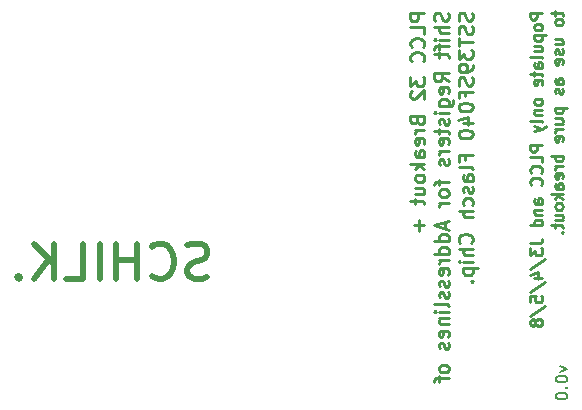
<source format=gbr>
G04 #@! TF.GenerationSoftware,KiCad,Pcbnew,(5.1.5)-3*
G04 #@! TF.CreationDate,2020-01-29T10:29:02+01:00*
G04 #@! TF.ProjectId,ProgrammingBoard,50726f67-7261-46d6-9d69-6e67426f6172,rev?*
G04 #@! TF.SameCoordinates,Original*
G04 #@! TF.FileFunction,Legend,Bot*
G04 #@! TF.FilePolarity,Positive*
%FSLAX46Y46*%
G04 Gerber Fmt 4.6, Leading zero omitted, Abs format (unit mm)*
G04 Created by KiCad (PCBNEW (5.1.5)-3) date 2020-01-29 10:29:02*
%MOMM*%
%LPD*%
G04 APERTURE LIST*
%ADD10C,0.250000*%
%ADD11C,0.150000*%
%ADD12C,0.500000*%
G04 APERTURE END LIST*
D10*
X215477380Y-100730595D02*
X214477380Y-100730595D01*
X214477380Y-101111547D01*
X214525000Y-101206785D01*
X214572619Y-101254404D01*
X214667857Y-101302023D01*
X214810714Y-101302023D01*
X214905952Y-101254404D01*
X214953571Y-101206785D01*
X215001190Y-101111547D01*
X215001190Y-100730595D01*
X215477380Y-101873452D02*
X215429761Y-101778214D01*
X215382142Y-101730595D01*
X215286904Y-101682976D01*
X215001190Y-101682976D01*
X214905952Y-101730595D01*
X214858333Y-101778214D01*
X214810714Y-101873452D01*
X214810714Y-102016309D01*
X214858333Y-102111547D01*
X214905952Y-102159166D01*
X215001190Y-102206785D01*
X215286904Y-102206785D01*
X215382142Y-102159166D01*
X215429761Y-102111547D01*
X215477380Y-102016309D01*
X215477380Y-101873452D01*
X214810714Y-102635357D02*
X215810714Y-102635357D01*
X214858333Y-102635357D02*
X214810714Y-102730595D01*
X214810714Y-102921071D01*
X214858333Y-103016309D01*
X214905952Y-103063928D01*
X215001190Y-103111547D01*
X215286904Y-103111547D01*
X215382142Y-103063928D01*
X215429761Y-103016309D01*
X215477380Y-102921071D01*
X215477380Y-102730595D01*
X215429761Y-102635357D01*
X214810714Y-103968690D02*
X215477380Y-103968690D01*
X214810714Y-103540119D02*
X215334523Y-103540119D01*
X215429761Y-103587738D01*
X215477380Y-103682976D01*
X215477380Y-103825833D01*
X215429761Y-103921071D01*
X215382142Y-103968690D01*
X215477380Y-104587738D02*
X215429761Y-104492500D01*
X215334523Y-104444880D01*
X214477380Y-104444880D01*
X215477380Y-105397261D02*
X214953571Y-105397261D01*
X214858333Y-105349642D01*
X214810714Y-105254404D01*
X214810714Y-105063928D01*
X214858333Y-104968690D01*
X215429761Y-105397261D02*
X215477380Y-105302023D01*
X215477380Y-105063928D01*
X215429761Y-104968690D01*
X215334523Y-104921071D01*
X215239285Y-104921071D01*
X215144047Y-104968690D01*
X215096428Y-105063928D01*
X215096428Y-105302023D01*
X215048809Y-105397261D01*
X214810714Y-105730595D02*
X214810714Y-106111547D01*
X214477380Y-105873452D02*
X215334523Y-105873452D01*
X215429761Y-105921071D01*
X215477380Y-106016309D01*
X215477380Y-106111547D01*
X215429761Y-106825833D02*
X215477380Y-106730595D01*
X215477380Y-106540119D01*
X215429761Y-106444880D01*
X215334523Y-106397261D01*
X214953571Y-106397261D01*
X214858333Y-106444880D01*
X214810714Y-106540119D01*
X214810714Y-106730595D01*
X214858333Y-106825833D01*
X214953571Y-106873452D01*
X215048809Y-106873452D01*
X215144047Y-106397261D01*
X215477380Y-108206785D02*
X215429761Y-108111547D01*
X215382142Y-108063928D01*
X215286904Y-108016309D01*
X215001190Y-108016309D01*
X214905952Y-108063928D01*
X214858333Y-108111547D01*
X214810714Y-108206785D01*
X214810714Y-108349642D01*
X214858333Y-108444880D01*
X214905952Y-108492500D01*
X215001190Y-108540119D01*
X215286904Y-108540119D01*
X215382142Y-108492500D01*
X215429761Y-108444880D01*
X215477380Y-108349642D01*
X215477380Y-108206785D01*
X214810714Y-108968690D02*
X215477380Y-108968690D01*
X214905952Y-108968690D02*
X214858333Y-109016309D01*
X214810714Y-109111547D01*
X214810714Y-109254404D01*
X214858333Y-109349642D01*
X214953571Y-109397261D01*
X215477380Y-109397261D01*
X215477380Y-110016309D02*
X215429761Y-109921071D01*
X215334523Y-109873452D01*
X214477380Y-109873452D01*
X214810714Y-110302023D02*
X215477380Y-110540119D01*
X214810714Y-110778214D02*
X215477380Y-110540119D01*
X215715476Y-110444880D01*
X215763095Y-110397261D01*
X215810714Y-110302023D01*
X215477380Y-111921071D02*
X214477380Y-111921071D01*
X214477380Y-112302023D01*
X214525000Y-112397261D01*
X214572619Y-112444880D01*
X214667857Y-112492500D01*
X214810714Y-112492500D01*
X214905952Y-112444880D01*
X214953571Y-112397261D01*
X215001190Y-112302023D01*
X215001190Y-111921071D01*
X215477380Y-113397261D02*
X215477380Y-112921071D01*
X214477380Y-112921071D01*
X215382142Y-114302023D02*
X215429761Y-114254404D01*
X215477380Y-114111547D01*
X215477380Y-114016309D01*
X215429761Y-113873452D01*
X215334523Y-113778214D01*
X215239285Y-113730595D01*
X215048809Y-113682976D01*
X214905952Y-113682976D01*
X214715476Y-113730595D01*
X214620238Y-113778214D01*
X214525000Y-113873452D01*
X214477380Y-114016309D01*
X214477380Y-114111547D01*
X214525000Y-114254404D01*
X214572619Y-114302023D01*
X215382142Y-115302023D02*
X215429761Y-115254404D01*
X215477380Y-115111547D01*
X215477380Y-115016309D01*
X215429761Y-114873452D01*
X215334523Y-114778214D01*
X215239285Y-114730595D01*
X215048809Y-114682976D01*
X214905952Y-114682976D01*
X214715476Y-114730595D01*
X214620238Y-114778214D01*
X214525000Y-114873452D01*
X214477380Y-115016309D01*
X214477380Y-115111547D01*
X214525000Y-115254404D01*
X214572619Y-115302023D01*
X215477380Y-116921071D02*
X214953571Y-116921071D01*
X214858333Y-116873452D01*
X214810714Y-116778214D01*
X214810714Y-116587738D01*
X214858333Y-116492500D01*
X215429761Y-116921071D02*
X215477380Y-116825833D01*
X215477380Y-116587738D01*
X215429761Y-116492500D01*
X215334523Y-116444880D01*
X215239285Y-116444880D01*
X215144047Y-116492500D01*
X215096428Y-116587738D01*
X215096428Y-116825833D01*
X215048809Y-116921071D01*
X214810714Y-117397261D02*
X215477380Y-117397261D01*
X214905952Y-117397261D02*
X214858333Y-117444880D01*
X214810714Y-117540119D01*
X214810714Y-117682976D01*
X214858333Y-117778214D01*
X214953571Y-117825833D01*
X215477380Y-117825833D01*
X215477380Y-118730595D02*
X214477380Y-118730595D01*
X215429761Y-118730595D02*
X215477380Y-118635357D01*
X215477380Y-118444880D01*
X215429761Y-118349642D01*
X215382142Y-118302023D01*
X215286904Y-118254404D01*
X215001190Y-118254404D01*
X214905952Y-118302023D01*
X214858333Y-118349642D01*
X214810714Y-118444880D01*
X214810714Y-118635357D01*
X214858333Y-118730595D01*
X214477380Y-120254404D02*
X215191666Y-120254404D01*
X215334523Y-120206785D01*
X215429761Y-120111547D01*
X215477380Y-119968690D01*
X215477380Y-119873452D01*
X214477380Y-120635357D02*
X214477380Y-121254404D01*
X214858333Y-120921071D01*
X214858333Y-121063928D01*
X214905952Y-121159166D01*
X214953571Y-121206785D01*
X215048809Y-121254404D01*
X215286904Y-121254404D01*
X215382142Y-121206785D01*
X215429761Y-121159166D01*
X215477380Y-121063928D01*
X215477380Y-120778214D01*
X215429761Y-120682976D01*
X215382142Y-120635357D01*
X214429761Y-122397261D02*
X215715476Y-121540119D01*
X214810714Y-123159166D02*
X215477380Y-123159166D01*
X214429761Y-122921071D02*
X215144047Y-122682976D01*
X215144047Y-123302023D01*
X214429761Y-124397261D02*
X215715476Y-123540119D01*
X214477380Y-125206785D02*
X214477380Y-124730595D01*
X214953571Y-124682976D01*
X214905952Y-124730595D01*
X214858333Y-124825833D01*
X214858333Y-125063928D01*
X214905952Y-125159166D01*
X214953571Y-125206785D01*
X215048809Y-125254404D01*
X215286904Y-125254404D01*
X215382142Y-125206785D01*
X215429761Y-125159166D01*
X215477380Y-125063928D01*
X215477380Y-124825833D01*
X215429761Y-124730595D01*
X215382142Y-124682976D01*
X214429761Y-126397261D02*
X215715476Y-125540119D01*
X214905952Y-126873452D02*
X214858333Y-126778214D01*
X214810714Y-126730595D01*
X214715476Y-126682976D01*
X214667857Y-126682976D01*
X214572619Y-126730595D01*
X214525000Y-126778214D01*
X214477380Y-126873452D01*
X214477380Y-127063928D01*
X214525000Y-127159166D01*
X214572619Y-127206785D01*
X214667857Y-127254404D01*
X214715476Y-127254404D01*
X214810714Y-127206785D01*
X214858333Y-127159166D01*
X214905952Y-127063928D01*
X214905952Y-126873452D01*
X214953571Y-126778214D01*
X215001190Y-126730595D01*
X215096428Y-126682976D01*
X215286904Y-126682976D01*
X215382142Y-126730595D01*
X215429761Y-126778214D01*
X215477380Y-126873452D01*
X215477380Y-127063928D01*
X215429761Y-127159166D01*
X215382142Y-127206785D01*
X215286904Y-127254404D01*
X215096428Y-127254404D01*
X215001190Y-127206785D01*
X214953571Y-127159166D01*
X214905952Y-127063928D01*
X216560714Y-100587738D02*
X216560714Y-100968690D01*
X216227380Y-100730595D02*
X217084523Y-100730595D01*
X217179761Y-100778214D01*
X217227380Y-100873452D01*
X217227380Y-100968690D01*
X217227380Y-101444880D02*
X217179761Y-101349642D01*
X217132142Y-101302023D01*
X217036904Y-101254404D01*
X216751190Y-101254404D01*
X216655952Y-101302023D01*
X216608333Y-101349642D01*
X216560714Y-101444880D01*
X216560714Y-101587738D01*
X216608333Y-101682976D01*
X216655952Y-101730595D01*
X216751190Y-101778214D01*
X217036904Y-101778214D01*
X217132142Y-101730595D01*
X217179761Y-101682976D01*
X217227380Y-101587738D01*
X217227380Y-101444880D01*
X216560714Y-103397261D02*
X217227380Y-103397261D01*
X216560714Y-102968690D02*
X217084523Y-102968690D01*
X217179761Y-103016309D01*
X217227380Y-103111547D01*
X217227380Y-103254404D01*
X217179761Y-103349642D01*
X217132142Y-103397261D01*
X217179761Y-103825833D02*
X217227380Y-103921071D01*
X217227380Y-104111547D01*
X217179761Y-104206785D01*
X217084523Y-104254404D01*
X217036904Y-104254404D01*
X216941666Y-104206785D01*
X216894047Y-104111547D01*
X216894047Y-103968690D01*
X216846428Y-103873452D01*
X216751190Y-103825833D01*
X216703571Y-103825833D01*
X216608333Y-103873452D01*
X216560714Y-103968690D01*
X216560714Y-104111547D01*
X216608333Y-104206785D01*
X217179761Y-105063928D02*
X217227380Y-104968690D01*
X217227380Y-104778214D01*
X217179761Y-104682976D01*
X217084523Y-104635357D01*
X216703571Y-104635357D01*
X216608333Y-104682976D01*
X216560714Y-104778214D01*
X216560714Y-104968690D01*
X216608333Y-105063928D01*
X216703571Y-105111547D01*
X216798809Y-105111547D01*
X216894047Y-104635357D01*
X217227380Y-106730595D02*
X216703571Y-106730595D01*
X216608333Y-106682976D01*
X216560714Y-106587738D01*
X216560714Y-106397261D01*
X216608333Y-106302023D01*
X217179761Y-106730595D02*
X217227380Y-106635357D01*
X217227380Y-106397261D01*
X217179761Y-106302023D01*
X217084523Y-106254404D01*
X216989285Y-106254404D01*
X216894047Y-106302023D01*
X216846428Y-106397261D01*
X216846428Y-106635357D01*
X216798809Y-106730595D01*
X217179761Y-107159166D02*
X217227380Y-107254404D01*
X217227380Y-107444880D01*
X217179761Y-107540119D01*
X217084523Y-107587738D01*
X217036904Y-107587738D01*
X216941666Y-107540119D01*
X216894047Y-107444880D01*
X216894047Y-107302023D01*
X216846428Y-107206785D01*
X216751190Y-107159166D01*
X216703571Y-107159166D01*
X216608333Y-107206785D01*
X216560714Y-107302023D01*
X216560714Y-107444880D01*
X216608333Y-107540119D01*
X216560714Y-108778214D02*
X217560714Y-108778214D01*
X216608333Y-108778214D02*
X216560714Y-108873452D01*
X216560714Y-109063928D01*
X216608333Y-109159166D01*
X216655952Y-109206785D01*
X216751190Y-109254404D01*
X217036904Y-109254404D01*
X217132142Y-109206785D01*
X217179761Y-109159166D01*
X217227380Y-109063928D01*
X217227380Y-108873452D01*
X217179761Y-108778214D01*
X216560714Y-110111547D02*
X217227380Y-110111547D01*
X216560714Y-109682976D02*
X217084523Y-109682976D01*
X217179761Y-109730595D01*
X217227380Y-109825833D01*
X217227380Y-109968690D01*
X217179761Y-110063928D01*
X217132142Y-110111547D01*
X217227380Y-110587738D02*
X216560714Y-110587738D01*
X216751190Y-110587738D02*
X216655952Y-110635357D01*
X216608333Y-110682976D01*
X216560714Y-110778214D01*
X216560714Y-110873452D01*
X217179761Y-111587738D02*
X217227380Y-111492500D01*
X217227380Y-111302023D01*
X217179761Y-111206785D01*
X217084523Y-111159166D01*
X216703571Y-111159166D01*
X216608333Y-111206785D01*
X216560714Y-111302023D01*
X216560714Y-111492500D01*
X216608333Y-111587738D01*
X216703571Y-111635357D01*
X216798809Y-111635357D01*
X216894047Y-111159166D01*
X217227380Y-112825833D02*
X216227380Y-112825833D01*
X216608333Y-112825833D02*
X216560714Y-112921071D01*
X216560714Y-113111547D01*
X216608333Y-113206785D01*
X216655952Y-113254404D01*
X216751190Y-113302023D01*
X217036904Y-113302023D01*
X217132142Y-113254404D01*
X217179761Y-113206785D01*
X217227380Y-113111547D01*
X217227380Y-112921071D01*
X217179761Y-112825833D01*
X217227380Y-113730595D02*
X216560714Y-113730595D01*
X216751190Y-113730595D02*
X216655952Y-113778214D01*
X216608333Y-113825833D01*
X216560714Y-113921071D01*
X216560714Y-114016309D01*
X217179761Y-114730595D02*
X217227380Y-114635357D01*
X217227380Y-114444880D01*
X217179761Y-114349642D01*
X217084523Y-114302023D01*
X216703571Y-114302023D01*
X216608333Y-114349642D01*
X216560714Y-114444880D01*
X216560714Y-114635357D01*
X216608333Y-114730595D01*
X216703571Y-114778214D01*
X216798809Y-114778214D01*
X216894047Y-114302023D01*
X217227380Y-115635357D02*
X216703571Y-115635357D01*
X216608333Y-115587738D01*
X216560714Y-115492500D01*
X216560714Y-115302023D01*
X216608333Y-115206785D01*
X217179761Y-115635357D02*
X217227380Y-115540119D01*
X217227380Y-115302023D01*
X217179761Y-115206785D01*
X217084523Y-115159166D01*
X216989285Y-115159166D01*
X216894047Y-115206785D01*
X216846428Y-115302023D01*
X216846428Y-115540119D01*
X216798809Y-115635357D01*
X217227380Y-116111547D02*
X216227380Y-116111547D01*
X216846428Y-116206785D02*
X217227380Y-116492500D01*
X216560714Y-116492500D02*
X216941666Y-116111547D01*
X217227380Y-117063928D02*
X217179761Y-116968690D01*
X217132142Y-116921071D01*
X217036904Y-116873452D01*
X216751190Y-116873452D01*
X216655952Y-116921071D01*
X216608333Y-116968690D01*
X216560714Y-117063928D01*
X216560714Y-117206785D01*
X216608333Y-117302023D01*
X216655952Y-117349642D01*
X216751190Y-117397261D01*
X217036904Y-117397261D01*
X217132142Y-117349642D01*
X217179761Y-117302023D01*
X217227380Y-117206785D01*
X217227380Y-117063928D01*
X216560714Y-118254404D02*
X217227380Y-118254404D01*
X216560714Y-117825833D02*
X217084523Y-117825833D01*
X217179761Y-117873452D01*
X217227380Y-117968690D01*
X217227380Y-118111547D01*
X217179761Y-118206785D01*
X217132142Y-118254404D01*
X216560714Y-118587738D02*
X216560714Y-118968690D01*
X216227380Y-118730595D02*
X217084523Y-118730595D01*
X217179761Y-118778214D01*
X217227380Y-118873452D01*
X217227380Y-118968690D01*
X217132142Y-119302023D02*
X217179761Y-119349642D01*
X217227380Y-119302023D01*
X217179761Y-119254404D01*
X217132142Y-119302023D01*
X217227380Y-119302023D01*
D11*
X216955714Y-130651428D02*
X217622380Y-130889523D01*
X216955714Y-131127619D01*
X216622380Y-131699047D02*
X216622380Y-131794285D01*
X216670000Y-131889523D01*
X216717619Y-131937142D01*
X216812857Y-131984761D01*
X217003333Y-132032380D01*
X217241428Y-132032380D01*
X217431904Y-131984761D01*
X217527142Y-131937142D01*
X217574761Y-131889523D01*
X217622380Y-131794285D01*
X217622380Y-131699047D01*
X217574761Y-131603809D01*
X217527142Y-131556190D01*
X217431904Y-131508571D01*
X217241428Y-131460952D01*
X217003333Y-131460952D01*
X216812857Y-131508571D01*
X216717619Y-131556190D01*
X216670000Y-131603809D01*
X216622380Y-131699047D01*
X217527142Y-132460952D02*
X217574761Y-132508571D01*
X217622380Y-132460952D01*
X217574761Y-132413333D01*
X217527142Y-132460952D01*
X217622380Y-132460952D01*
X216622380Y-133127619D02*
X216622380Y-133222857D01*
X216670000Y-133318095D01*
X216717619Y-133365714D01*
X216812857Y-133413333D01*
X217003333Y-133460952D01*
X217241428Y-133460952D01*
X217431904Y-133413333D01*
X217527142Y-133365714D01*
X217574761Y-133318095D01*
X217622380Y-133222857D01*
X217622380Y-133127619D01*
X217574761Y-133032380D01*
X217527142Y-132984761D01*
X217431904Y-132937142D01*
X217241428Y-132889523D01*
X217003333Y-132889523D01*
X216812857Y-132937142D01*
X216717619Y-132984761D01*
X216670000Y-133032380D01*
X216622380Y-133127619D01*
D10*
X205502857Y-100778214D02*
X204302857Y-100778214D01*
X204302857Y-101235357D01*
X204360000Y-101349642D01*
X204417142Y-101406785D01*
X204531428Y-101463928D01*
X204702857Y-101463928D01*
X204817142Y-101406785D01*
X204874285Y-101349642D01*
X204931428Y-101235357D01*
X204931428Y-100778214D01*
X205502857Y-102549642D02*
X205502857Y-101978214D01*
X204302857Y-101978214D01*
X205388571Y-103635357D02*
X205445714Y-103578214D01*
X205502857Y-103406785D01*
X205502857Y-103292500D01*
X205445714Y-103121071D01*
X205331428Y-103006785D01*
X205217142Y-102949642D01*
X204988571Y-102892500D01*
X204817142Y-102892500D01*
X204588571Y-102949642D01*
X204474285Y-103006785D01*
X204360000Y-103121071D01*
X204302857Y-103292500D01*
X204302857Y-103406785D01*
X204360000Y-103578214D01*
X204417142Y-103635357D01*
X205388571Y-104835357D02*
X205445714Y-104778214D01*
X205502857Y-104606785D01*
X205502857Y-104492500D01*
X205445714Y-104321071D01*
X205331428Y-104206785D01*
X205217142Y-104149642D01*
X204988571Y-104092500D01*
X204817142Y-104092500D01*
X204588571Y-104149642D01*
X204474285Y-104206785D01*
X204360000Y-104321071D01*
X204302857Y-104492500D01*
X204302857Y-104606785D01*
X204360000Y-104778214D01*
X204417142Y-104835357D01*
X204302857Y-106149642D02*
X204302857Y-106892500D01*
X204760000Y-106492500D01*
X204760000Y-106663928D01*
X204817142Y-106778214D01*
X204874285Y-106835357D01*
X204988571Y-106892500D01*
X205274285Y-106892500D01*
X205388571Y-106835357D01*
X205445714Y-106778214D01*
X205502857Y-106663928D01*
X205502857Y-106321071D01*
X205445714Y-106206785D01*
X205388571Y-106149642D01*
X204417142Y-107349642D02*
X204360000Y-107406785D01*
X204302857Y-107521071D01*
X204302857Y-107806785D01*
X204360000Y-107921071D01*
X204417142Y-107978214D01*
X204531428Y-108035357D01*
X204645714Y-108035357D01*
X204817142Y-107978214D01*
X205502857Y-107292500D01*
X205502857Y-108035357D01*
X204874285Y-109863928D02*
X204931428Y-110035357D01*
X204988571Y-110092500D01*
X205102857Y-110149642D01*
X205274285Y-110149642D01*
X205388571Y-110092500D01*
X205445714Y-110035357D01*
X205502857Y-109921071D01*
X205502857Y-109463928D01*
X204302857Y-109463928D01*
X204302857Y-109863928D01*
X204360000Y-109978214D01*
X204417142Y-110035357D01*
X204531428Y-110092500D01*
X204645714Y-110092500D01*
X204760000Y-110035357D01*
X204817142Y-109978214D01*
X204874285Y-109863928D01*
X204874285Y-109463928D01*
X205502857Y-110663928D02*
X204702857Y-110663928D01*
X204931428Y-110663928D02*
X204817142Y-110721071D01*
X204760000Y-110778214D01*
X204702857Y-110892500D01*
X204702857Y-111006785D01*
X205445714Y-111863928D02*
X205502857Y-111749642D01*
X205502857Y-111521071D01*
X205445714Y-111406785D01*
X205331428Y-111349642D01*
X204874285Y-111349642D01*
X204760000Y-111406785D01*
X204702857Y-111521071D01*
X204702857Y-111749642D01*
X204760000Y-111863928D01*
X204874285Y-111921071D01*
X204988571Y-111921071D01*
X205102857Y-111349642D01*
X205502857Y-112949642D02*
X204874285Y-112949642D01*
X204760000Y-112892500D01*
X204702857Y-112778214D01*
X204702857Y-112549642D01*
X204760000Y-112435357D01*
X205445714Y-112949642D02*
X205502857Y-112835357D01*
X205502857Y-112549642D01*
X205445714Y-112435357D01*
X205331428Y-112378214D01*
X205217142Y-112378214D01*
X205102857Y-112435357D01*
X205045714Y-112549642D01*
X205045714Y-112835357D01*
X204988571Y-112949642D01*
X205502857Y-113521071D02*
X204302857Y-113521071D01*
X205045714Y-113635357D02*
X205502857Y-113978214D01*
X204702857Y-113978214D02*
X205160000Y-113521071D01*
X205502857Y-114663928D02*
X205445714Y-114549642D01*
X205388571Y-114492500D01*
X205274285Y-114435357D01*
X204931428Y-114435357D01*
X204817142Y-114492500D01*
X204760000Y-114549642D01*
X204702857Y-114663928D01*
X204702857Y-114835357D01*
X204760000Y-114949642D01*
X204817142Y-115006785D01*
X204931428Y-115063928D01*
X205274285Y-115063928D01*
X205388571Y-115006785D01*
X205445714Y-114949642D01*
X205502857Y-114835357D01*
X205502857Y-114663928D01*
X204702857Y-116092500D02*
X205502857Y-116092500D01*
X204702857Y-115578214D02*
X205331428Y-115578214D01*
X205445714Y-115635357D01*
X205502857Y-115749642D01*
X205502857Y-115921071D01*
X205445714Y-116035357D01*
X205388571Y-116092500D01*
X204702857Y-116492500D02*
X204702857Y-116949642D01*
X204302857Y-116663928D02*
X205331428Y-116663928D01*
X205445714Y-116721071D01*
X205502857Y-116835357D01*
X205502857Y-116949642D01*
X205045714Y-118263928D02*
X205045714Y-119178214D01*
X205502857Y-118721071D02*
X204588571Y-118721071D01*
X207495714Y-100721071D02*
X207552857Y-100892500D01*
X207552857Y-101178214D01*
X207495714Y-101292500D01*
X207438571Y-101349642D01*
X207324285Y-101406785D01*
X207210000Y-101406785D01*
X207095714Y-101349642D01*
X207038571Y-101292500D01*
X206981428Y-101178214D01*
X206924285Y-100949642D01*
X206867142Y-100835357D01*
X206810000Y-100778214D01*
X206695714Y-100721071D01*
X206581428Y-100721071D01*
X206467142Y-100778214D01*
X206410000Y-100835357D01*
X206352857Y-100949642D01*
X206352857Y-101235357D01*
X206410000Y-101406785D01*
X207552857Y-101921071D02*
X206352857Y-101921071D01*
X207552857Y-102435357D02*
X206924285Y-102435357D01*
X206810000Y-102378214D01*
X206752857Y-102263928D01*
X206752857Y-102092500D01*
X206810000Y-101978214D01*
X206867142Y-101921071D01*
X207552857Y-103006785D02*
X206752857Y-103006785D01*
X206352857Y-103006785D02*
X206410000Y-102949642D01*
X206467142Y-103006785D01*
X206410000Y-103063928D01*
X206352857Y-103006785D01*
X206467142Y-103006785D01*
X206752857Y-103406785D02*
X206752857Y-103863928D01*
X207552857Y-103578214D02*
X206524285Y-103578214D01*
X206410000Y-103635357D01*
X206352857Y-103749642D01*
X206352857Y-103863928D01*
X206752857Y-104092500D02*
X206752857Y-104549642D01*
X206352857Y-104263928D02*
X207381428Y-104263928D01*
X207495714Y-104321071D01*
X207552857Y-104435357D01*
X207552857Y-104549642D01*
X207552857Y-106549642D02*
X206981428Y-106149642D01*
X207552857Y-105863928D02*
X206352857Y-105863928D01*
X206352857Y-106321071D01*
X206410000Y-106435357D01*
X206467142Y-106492500D01*
X206581428Y-106549642D01*
X206752857Y-106549642D01*
X206867142Y-106492500D01*
X206924285Y-106435357D01*
X206981428Y-106321071D01*
X206981428Y-105863928D01*
X207495714Y-107521071D02*
X207552857Y-107406785D01*
X207552857Y-107178214D01*
X207495714Y-107063928D01*
X207381428Y-107006785D01*
X206924285Y-107006785D01*
X206810000Y-107063928D01*
X206752857Y-107178214D01*
X206752857Y-107406785D01*
X206810000Y-107521071D01*
X206924285Y-107578214D01*
X207038571Y-107578214D01*
X207152857Y-107006785D01*
X206752857Y-108606785D02*
X207724285Y-108606785D01*
X207838571Y-108549642D01*
X207895714Y-108492500D01*
X207952857Y-108378214D01*
X207952857Y-108206785D01*
X207895714Y-108092500D01*
X207495714Y-108606785D02*
X207552857Y-108492500D01*
X207552857Y-108263928D01*
X207495714Y-108149642D01*
X207438571Y-108092500D01*
X207324285Y-108035357D01*
X206981428Y-108035357D01*
X206867142Y-108092500D01*
X206810000Y-108149642D01*
X206752857Y-108263928D01*
X206752857Y-108492500D01*
X206810000Y-108606785D01*
X207552857Y-109178214D02*
X206752857Y-109178214D01*
X206352857Y-109178214D02*
X206410000Y-109121071D01*
X206467142Y-109178214D01*
X206410000Y-109235357D01*
X206352857Y-109178214D01*
X206467142Y-109178214D01*
X207495714Y-109692500D02*
X207552857Y-109806785D01*
X207552857Y-110035357D01*
X207495714Y-110149642D01*
X207381428Y-110206785D01*
X207324285Y-110206785D01*
X207210000Y-110149642D01*
X207152857Y-110035357D01*
X207152857Y-109863928D01*
X207095714Y-109749642D01*
X206981428Y-109692500D01*
X206924285Y-109692500D01*
X206810000Y-109749642D01*
X206752857Y-109863928D01*
X206752857Y-110035357D01*
X206810000Y-110149642D01*
X206752857Y-110549642D02*
X206752857Y-111006785D01*
X206352857Y-110721071D02*
X207381428Y-110721071D01*
X207495714Y-110778214D01*
X207552857Y-110892500D01*
X207552857Y-111006785D01*
X207495714Y-111863928D02*
X207552857Y-111749642D01*
X207552857Y-111521071D01*
X207495714Y-111406785D01*
X207381428Y-111349642D01*
X206924285Y-111349642D01*
X206810000Y-111406785D01*
X206752857Y-111521071D01*
X206752857Y-111749642D01*
X206810000Y-111863928D01*
X206924285Y-111921071D01*
X207038571Y-111921071D01*
X207152857Y-111349642D01*
X207552857Y-112435357D02*
X206752857Y-112435357D01*
X206981428Y-112435357D02*
X206867142Y-112492500D01*
X206810000Y-112549642D01*
X206752857Y-112663928D01*
X206752857Y-112778214D01*
X207495714Y-113121071D02*
X207552857Y-113235357D01*
X207552857Y-113463928D01*
X207495714Y-113578214D01*
X207381428Y-113635357D01*
X207324285Y-113635357D01*
X207210000Y-113578214D01*
X207152857Y-113463928D01*
X207152857Y-113292500D01*
X207095714Y-113178214D01*
X206981428Y-113121071D01*
X206924285Y-113121071D01*
X206810000Y-113178214D01*
X206752857Y-113292500D01*
X206752857Y-113463928D01*
X206810000Y-113578214D01*
X206752857Y-114892500D02*
X206752857Y-115349642D01*
X207552857Y-115063928D02*
X206524285Y-115063928D01*
X206410000Y-115121071D01*
X206352857Y-115235357D01*
X206352857Y-115349642D01*
X207552857Y-115921071D02*
X207495714Y-115806785D01*
X207438571Y-115749642D01*
X207324285Y-115692500D01*
X206981428Y-115692500D01*
X206867142Y-115749642D01*
X206810000Y-115806785D01*
X206752857Y-115921071D01*
X206752857Y-116092500D01*
X206810000Y-116206785D01*
X206867142Y-116263928D01*
X206981428Y-116321071D01*
X207324285Y-116321071D01*
X207438571Y-116263928D01*
X207495714Y-116206785D01*
X207552857Y-116092500D01*
X207552857Y-115921071D01*
X207552857Y-116835357D02*
X206752857Y-116835357D01*
X206981428Y-116835357D02*
X206867142Y-116892500D01*
X206810000Y-116949642D01*
X206752857Y-117063928D01*
X206752857Y-117178214D01*
X207210000Y-118435357D02*
X207210000Y-119006785D01*
X207552857Y-118321071D02*
X206352857Y-118721071D01*
X207552857Y-119121071D01*
X207552857Y-120035357D02*
X206352857Y-120035357D01*
X207495714Y-120035357D02*
X207552857Y-119921071D01*
X207552857Y-119692500D01*
X207495714Y-119578214D01*
X207438571Y-119521071D01*
X207324285Y-119463928D01*
X206981428Y-119463928D01*
X206867142Y-119521071D01*
X206810000Y-119578214D01*
X206752857Y-119692500D01*
X206752857Y-119921071D01*
X206810000Y-120035357D01*
X207552857Y-121121071D02*
X206352857Y-121121071D01*
X207495714Y-121121071D02*
X207552857Y-121006785D01*
X207552857Y-120778214D01*
X207495714Y-120663928D01*
X207438571Y-120606785D01*
X207324285Y-120549642D01*
X206981428Y-120549642D01*
X206867142Y-120606785D01*
X206810000Y-120663928D01*
X206752857Y-120778214D01*
X206752857Y-121006785D01*
X206810000Y-121121071D01*
X207552857Y-121692500D02*
X206752857Y-121692500D01*
X206981428Y-121692500D02*
X206867142Y-121749642D01*
X206810000Y-121806785D01*
X206752857Y-121921071D01*
X206752857Y-122035357D01*
X207495714Y-122892500D02*
X207552857Y-122778214D01*
X207552857Y-122549642D01*
X207495714Y-122435357D01*
X207381428Y-122378214D01*
X206924285Y-122378214D01*
X206810000Y-122435357D01*
X206752857Y-122549642D01*
X206752857Y-122778214D01*
X206810000Y-122892500D01*
X206924285Y-122949642D01*
X207038571Y-122949642D01*
X207152857Y-122378214D01*
X207495714Y-123406785D02*
X207552857Y-123521071D01*
X207552857Y-123749642D01*
X207495714Y-123863928D01*
X207381428Y-123921071D01*
X207324285Y-123921071D01*
X207210000Y-123863928D01*
X207152857Y-123749642D01*
X207152857Y-123578214D01*
X207095714Y-123463928D01*
X206981428Y-123406785D01*
X206924285Y-123406785D01*
X206810000Y-123463928D01*
X206752857Y-123578214D01*
X206752857Y-123749642D01*
X206810000Y-123863928D01*
X207495714Y-124378214D02*
X207552857Y-124492500D01*
X207552857Y-124721071D01*
X207495714Y-124835357D01*
X207381428Y-124892500D01*
X207324285Y-124892500D01*
X207210000Y-124835357D01*
X207152857Y-124721071D01*
X207152857Y-124549642D01*
X207095714Y-124435357D01*
X206981428Y-124378214D01*
X206924285Y-124378214D01*
X206810000Y-124435357D01*
X206752857Y-124549642D01*
X206752857Y-124721071D01*
X206810000Y-124835357D01*
X207552857Y-125578214D02*
X207495714Y-125463928D01*
X207381428Y-125406785D01*
X206352857Y-125406785D01*
X207552857Y-126035357D02*
X206752857Y-126035357D01*
X206352857Y-126035357D02*
X206410000Y-125978214D01*
X206467142Y-126035357D01*
X206410000Y-126092500D01*
X206352857Y-126035357D01*
X206467142Y-126035357D01*
X206752857Y-126606785D02*
X207552857Y-126606785D01*
X206867142Y-126606785D02*
X206810000Y-126663928D01*
X206752857Y-126778214D01*
X206752857Y-126949642D01*
X206810000Y-127063928D01*
X206924285Y-127121071D01*
X207552857Y-127121071D01*
X207495714Y-128149642D02*
X207552857Y-128035357D01*
X207552857Y-127806785D01*
X207495714Y-127692500D01*
X207381428Y-127635357D01*
X206924285Y-127635357D01*
X206810000Y-127692500D01*
X206752857Y-127806785D01*
X206752857Y-128035357D01*
X206810000Y-128149642D01*
X206924285Y-128206785D01*
X207038571Y-128206785D01*
X207152857Y-127635357D01*
X207495714Y-128663928D02*
X207552857Y-128778214D01*
X207552857Y-129006785D01*
X207495714Y-129121071D01*
X207381428Y-129178214D01*
X207324285Y-129178214D01*
X207210000Y-129121071D01*
X207152857Y-129006785D01*
X207152857Y-128835357D01*
X207095714Y-128721071D01*
X206981428Y-128663928D01*
X206924285Y-128663928D01*
X206810000Y-128721071D01*
X206752857Y-128835357D01*
X206752857Y-129006785D01*
X206810000Y-129121071D01*
X207552857Y-130778214D02*
X207495714Y-130663928D01*
X207438571Y-130606785D01*
X207324285Y-130549642D01*
X206981428Y-130549642D01*
X206867142Y-130606785D01*
X206810000Y-130663928D01*
X206752857Y-130778214D01*
X206752857Y-130949642D01*
X206810000Y-131063928D01*
X206867142Y-131121071D01*
X206981428Y-131178214D01*
X207324285Y-131178214D01*
X207438571Y-131121071D01*
X207495714Y-131063928D01*
X207552857Y-130949642D01*
X207552857Y-130778214D01*
X206752857Y-131521071D02*
X206752857Y-131978214D01*
X207552857Y-131692500D02*
X206524285Y-131692500D01*
X206410000Y-131749642D01*
X206352857Y-131863928D01*
X206352857Y-131978214D01*
X209545714Y-100721071D02*
X209602857Y-100892500D01*
X209602857Y-101178214D01*
X209545714Y-101292500D01*
X209488571Y-101349642D01*
X209374285Y-101406785D01*
X209260000Y-101406785D01*
X209145714Y-101349642D01*
X209088571Y-101292500D01*
X209031428Y-101178214D01*
X208974285Y-100949642D01*
X208917142Y-100835357D01*
X208860000Y-100778214D01*
X208745714Y-100721071D01*
X208631428Y-100721071D01*
X208517142Y-100778214D01*
X208460000Y-100835357D01*
X208402857Y-100949642D01*
X208402857Y-101235357D01*
X208460000Y-101406785D01*
X209545714Y-101863928D02*
X209602857Y-102035357D01*
X209602857Y-102321071D01*
X209545714Y-102435357D01*
X209488571Y-102492500D01*
X209374285Y-102549642D01*
X209260000Y-102549642D01*
X209145714Y-102492500D01*
X209088571Y-102435357D01*
X209031428Y-102321071D01*
X208974285Y-102092500D01*
X208917142Y-101978214D01*
X208860000Y-101921071D01*
X208745714Y-101863928D01*
X208631428Y-101863928D01*
X208517142Y-101921071D01*
X208460000Y-101978214D01*
X208402857Y-102092500D01*
X208402857Y-102378214D01*
X208460000Y-102549642D01*
X208402857Y-102892500D02*
X208402857Y-103578214D01*
X209602857Y-103235357D02*
X208402857Y-103235357D01*
X208402857Y-103863928D02*
X208402857Y-104606785D01*
X208860000Y-104206785D01*
X208860000Y-104378214D01*
X208917142Y-104492500D01*
X208974285Y-104549642D01*
X209088571Y-104606785D01*
X209374285Y-104606785D01*
X209488571Y-104549642D01*
X209545714Y-104492500D01*
X209602857Y-104378214D01*
X209602857Y-104035357D01*
X209545714Y-103921071D01*
X209488571Y-103863928D01*
X209602857Y-105178214D02*
X209602857Y-105406785D01*
X209545714Y-105521071D01*
X209488571Y-105578214D01*
X209317142Y-105692500D01*
X209088571Y-105749642D01*
X208631428Y-105749642D01*
X208517142Y-105692500D01*
X208460000Y-105635357D01*
X208402857Y-105521071D01*
X208402857Y-105292500D01*
X208460000Y-105178214D01*
X208517142Y-105121071D01*
X208631428Y-105063928D01*
X208917142Y-105063928D01*
X209031428Y-105121071D01*
X209088571Y-105178214D01*
X209145714Y-105292500D01*
X209145714Y-105521071D01*
X209088571Y-105635357D01*
X209031428Y-105692500D01*
X208917142Y-105749642D01*
X209545714Y-106206785D02*
X209602857Y-106378214D01*
X209602857Y-106663928D01*
X209545714Y-106778214D01*
X209488571Y-106835357D01*
X209374285Y-106892500D01*
X209260000Y-106892500D01*
X209145714Y-106835357D01*
X209088571Y-106778214D01*
X209031428Y-106663928D01*
X208974285Y-106435357D01*
X208917142Y-106321071D01*
X208860000Y-106263928D01*
X208745714Y-106206785D01*
X208631428Y-106206785D01*
X208517142Y-106263928D01*
X208460000Y-106321071D01*
X208402857Y-106435357D01*
X208402857Y-106721071D01*
X208460000Y-106892500D01*
X208974285Y-107806785D02*
X208974285Y-107406785D01*
X209602857Y-107406785D02*
X208402857Y-107406785D01*
X208402857Y-107978214D01*
X208402857Y-108663928D02*
X208402857Y-108778214D01*
X208460000Y-108892500D01*
X208517142Y-108949642D01*
X208631428Y-109006785D01*
X208860000Y-109063928D01*
X209145714Y-109063928D01*
X209374285Y-109006785D01*
X209488571Y-108949642D01*
X209545714Y-108892500D01*
X209602857Y-108778214D01*
X209602857Y-108663928D01*
X209545714Y-108549642D01*
X209488571Y-108492500D01*
X209374285Y-108435357D01*
X209145714Y-108378214D01*
X208860000Y-108378214D01*
X208631428Y-108435357D01*
X208517142Y-108492500D01*
X208460000Y-108549642D01*
X208402857Y-108663928D01*
X208802857Y-110092500D02*
X209602857Y-110092500D01*
X208345714Y-109806785D02*
X209202857Y-109521071D01*
X209202857Y-110263928D01*
X208402857Y-110949642D02*
X208402857Y-111063928D01*
X208460000Y-111178214D01*
X208517142Y-111235357D01*
X208631428Y-111292500D01*
X208860000Y-111349642D01*
X209145714Y-111349642D01*
X209374285Y-111292500D01*
X209488571Y-111235357D01*
X209545714Y-111178214D01*
X209602857Y-111063928D01*
X209602857Y-110949642D01*
X209545714Y-110835357D01*
X209488571Y-110778214D01*
X209374285Y-110721071D01*
X209145714Y-110663928D01*
X208860000Y-110663928D01*
X208631428Y-110721071D01*
X208517142Y-110778214D01*
X208460000Y-110835357D01*
X208402857Y-110949642D01*
X208974285Y-113178214D02*
X208974285Y-112778214D01*
X209602857Y-112778214D02*
X208402857Y-112778214D01*
X208402857Y-113349642D01*
X209602857Y-113978214D02*
X209545714Y-113863928D01*
X209431428Y-113806785D01*
X208402857Y-113806785D01*
X209602857Y-114949642D02*
X208974285Y-114949642D01*
X208860000Y-114892500D01*
X208802857Y-114778214D01*
X208802857Y-114549642D01*
X208860000Y-114435357D01*
X209545714Y-114949642D02*
X209602857Y-114835357D01*
X209602857Y-114549642D01*
X209545714Y-114435357D01*
X209431428Y-114378214D01*
X209317142Y-114378214D01*
X209202857Y-114435357D01*
X209145714Y-114549642D01*
X209145714Y-114835357D01*
X209088571Y-114949642D01*
X209545714Y-115463928D02*
X209602857Y-115578214D01*
X209602857Y-115806785D01*
X209545714Y-115921071D01*
X209431428Y-115978214D01*
X209374285Y-115978214D01*
X209260000Y-115921071D01*
X209202857Y-115806785D01*
X209202857Y-115635357D01*
X209145714Y-115521071D01*
X209031428Y-115463928D01*
X208974285Y-115463928D01*
X208860000Y-115521071D01*
X208802857Y-115635357D01*
X208802857Y-115806785D01*
X208860000Y-115921071D01*
X209545714Y-117006785D02*
X209602857Y-116892500D01*
X209602857Y-116663928D01*
X209545714Y-116549642D01*
X209488571Y-116492500D01*
X209374285Y-116435357D01*
X209031428Y-116435357D01*
X208917142Y-116492500D01*
X208860000Y-116549642D01*
X208802857Y-116663928D01*
X208802857Y-116892500D01*
X208860000Y-117006785D01*
X209602857Y-117521071D02*
X208402857Y-117521071D01*
X209602857Y-118035357D02*
X208974285Y-118035357D01*
X208860000Y-117978214D01*
X208802857Y-117863928D01*
X208802857Y-117692500D01*
X208860000Y-117578214D01*
X208917142Y-117521071D01*
X209488571Y-120206785D02*
X209545714Y-120149642D01*
X209602857Y-119978214D01*
X209602857Y-119863928D01*
X209545714Y-119692500D01*
X209431428Y-119578214D01*
X209317142Y-119521071D01*
X209088571Y-119463928D01*
X208917142Y-119463928D01*
X208688571Y-119521071D01*
X208574285Y-119578214D01*
X208460000Y-119692500D01*
X208402857Y-119863928D01*
X208402857Y-119978214D01*
X208460000Y-120149642D01*
X208517142Y-120206785D01*
X209602857Y-120721071D02*
X208402857Y-120721071D01*
X209602857Y-121235357D02*
X208974285Y-121235357D01*
X208860000Y-121178214D01*
X208802857Y-121063928D01*
X208802857Y-120892500D01*
X208860000Y-120778214D01*
X208917142Y-120721071D01*
X209602857Y-121806785D02*
X208802857Y-121806785D01*
X208402857Y-121806785D02*
X208460000Y-121749642D01*
X208517142Y-121806785D01*
X208460000Y-121863928D01*
X208402857Y-121806785D01*
X208517142Y-121806785D01*
X208802857Y-122378214D02*
X210002857Y-122378214D01*
X208860000Y-122378214D02*
X208802857Y-122492500D01*
X208802857Y-122721071D01*
X208860000Y-122835357D01*
X208917142Y-122892500D01*
X209031428Y-122949642D01*
X209374285Y-122949642D01*
X209488571Y-122892500D01*
X209545714Y-122835357D01*
X209602857Y-122721071D01*
X209602857Y-122492500D01*
X209545714Y-122378214D01*
X209488571Y-123463928D02*
X209545714Y-123521071D01*
X209602857Y-123463928D01*
X209545714Y-123406785D01*
X209488571Y-123463928D01*
X209602857Y-123463928D01*
D12*
X187141428Y-123134285D02*
X186712857Y-123277142D01*
X185998571Y-123277142D01*
X185712857Y-123134285D01*
X185570000Y-122991428D01*
X185427142Y-122705714D01*
X185427142Y-122420000D01*
X185570000Y-122134285D01*
X185712857Y-121991428D01*
X185998571Y-121848571D01*
X186570000Y-121705714D01*
X186855714Y-121562857D01*
X186998571Y-121420000D01*
X187141428Y-121134285D01*
X187141428Y-120848571D01*
X186998571Y-120562857D01*
X186855714Y-120420000D01*
X186570000Y-120277142D01*
X185855714Y-120277142D01*
X185427142Y-120420000D01*
X182427142Y-122991428D02*
X182570000Y-123134285D01*
X182998571Y-123277142D01*
X183284285Y-123277142D01*
X183712857Y-123134285D01*
X183998571Y-122848571D01*
X184141428Y-122562857D01*
X184284285Y-121991428D01*
X184284285Y-121562857D01*
X184141428Y-120991428D01*
X183998571Y-120705714D01*
X183712857Y-120420000D01*
X183284285Y-120277142D01*
X182998571Y-120277142D01*
X182570000Y-120420000D01*
X182427142Y-120562857D01*
X181141428Y-123277142D02*
X181141428Y-120277142D01*
X181141428Y-121705714D02*
X179427142Y-121705714D01*
X179427142Y-123277142D02*
X179427142Y-120277142D01*
X177998571Y-123277142D02*
X177998571Y-120277142D01*
X175141428Y-123277142D02*
X176570000Y-123277142D01*
X176570000Y-120277142D01*
X174141428Y-123277142D02*
X174141428Y-120277142D01*
X172427142Y-123277142D02*
X173712857Y-121562857D01*
X172427142Y-120277142D02*
X174141428Y-121991428D01*
X171141428Y-122991428D02*
X170998571Y-123134285D01*
X171141428Y-123277142D01*
X171284285Y-123134285D01*
X171141428Y-122991428D01*
X171141428Y-123277142D01*
M02*

</source>
